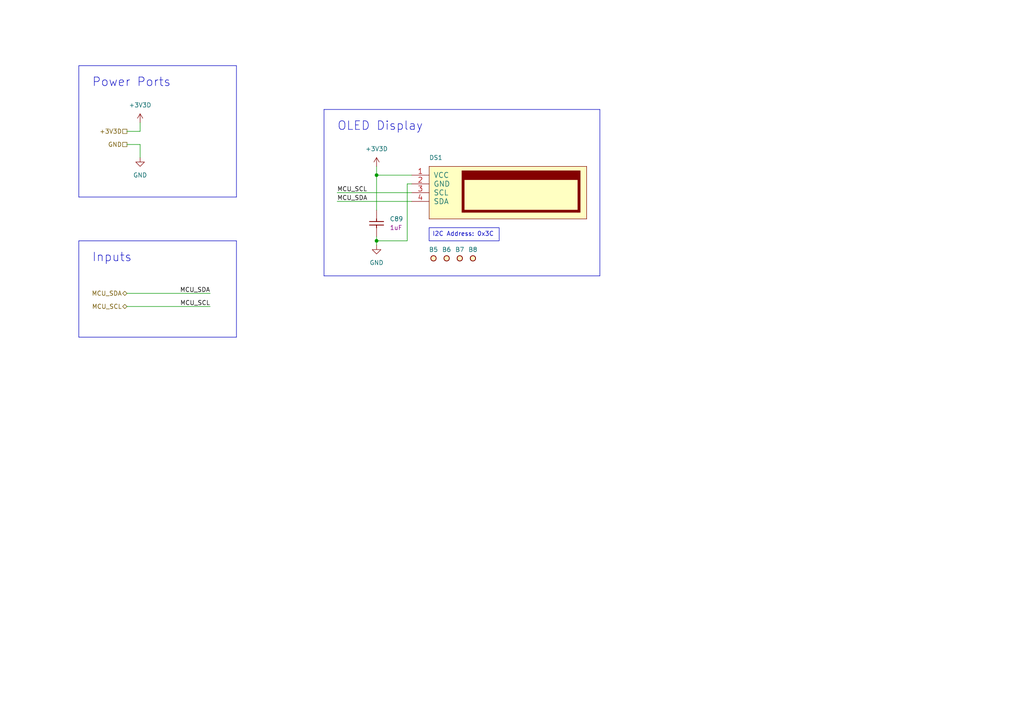
<source format=kicad_sch>
(kicad_sch (version 20240812) (generator "eeschema") (generator_version "8.99")
  (paper "A4")
  (title_block (title "ACCURATE 2 Evaluation Board") (date "2025-01-22") (rev "A") (company "CERN") (comment 1 "CROME") (comment 3 "RP-IL") (comment 6 "Håkon Liverud"))
  (lib_symbols
    (symbol "Capacitors SMD:CC0603_1UF_25V_10%_X7R" (pin_names (offset 1.27))
      (property "Reference" "C" (at 3.81 3.048 0))
      (property "Val" "1uF" (at 3.81 -3.048 0))
      (symbol "CC0603_1UF_25V_10%_X7R_0_1"
        (polyline (pts (xy 2.54 0) (xy 3.302 0)) (stroke (width 0.254)))
        (polyline (pts (xy 3.302 -2.032) (xy 3.302 2.032)) (stroke (width 0.254)))
        (polyline (pts (xy 4.318 2.032) (xy 4.318 -2.032)) (stroke (width 0.254)))
        (polyline (pts (xy 5.08 0) (xy 4.318 0)) (stroke (width 0.254)))
        (pin passive line (at 0 0 0) (length 2.54) (name "1") (number "1"))
        (pin passive line (at 7.62 0 180) (length 2.54) (name "2") (number "2"))
      )
    )
    (symbol "LEDs & Displays:DS_MIDAS_MDOB128064V2V-WI" (pin_names (offset 1.27))
      (property "Reference" "DS" (at 22.86 1.27 0))
      (symbol "DS_MIDAS_MDOB128064V2V-WI_0_1"
        (rectangle (start 0 -15.24) (end 45.72 0) (fill (type background)))
        (rectangle (start 9.525 -13.335) (end 10.16 -1.27) (fill (type outline)))
        (rectangle (start 10.16 -3.81) (end 43.18 -1.27) (fill (type outline)))
        (rectangle (start 10.16 -12.7) (end 43.18 -3.81) (fill (type background)))
        (rectangle (start 10.16 -13.335) (end 43.18 -12.7) (fill (type outline)))
        (rectangle (start 43.18 -13.335) (end 43.815 -1.27) (fill (type outline)))
        (text "128 x 64 Dots" (at 26.67 -6.35 0) (effects (font (size 1.27 1.27) (bold yes))))
        (text "OLED DISPLAY" (at 26.67 -10.16 0) (effects (font (size 2.032 2.032) (bold yes))))
        (pin power_in line (at -5.08 -2.54 0) (length 5.08) (name "VCC") (number "1"))
        (pin power_in line (at -5.08 -5.08 0) (length 5.08) (name "GND") (number "2"))
        (pin input line (at -5.08 -7.62 0) (length 5.08) (name "SCL") (number "3"))
        (pin bidirectional line (at -5.08 -10.16 0) (length 5.08) (name "SDA") (number "4"))
      )
    )
    (symbol "NON-PLATED_HOLE2.5_1" (pin_names (offset 1.27))
      (property "Reference" "B6" (at 0 2.54 0))
      (symbol "NON-PLATED_HOLE2.5_1_0_1"
        (circle (center 0 0) (radius 0.762) (stroke (width 0.254)) (fill (type background)))
      )
    )
    (symbol "NON-PLATED_HOLE2.5_2" (pin_names (offset 1.27))
      (property "Reference" "B7" (at 0 2.54 0))
      (symbol "NON-PLATED_HOLE2.5_2_0_1"
        (circle (center 0 0) (radius 0.762) (stroke (width 0.254)) (fill (type background)))
      )
    )
    (symbol "NON-PLATED_HOLE2.5_3" (pin_names (offset 1.27))
      (property "Reference" "B8" (at 0 2.54 0))
      (symbol "NON-PLATED_HOLE2.5_3_0_1"
        (circle (center 0 0) (radius 0.762) (stroke (width 0.254)) (fill (type background)))
      )
    )
    (symbol "Pads:NON-PLATED_HOLE2.5" (pin_names (offset 1.27))
      (property "Reference" "B5" (at 0 2.54 0))
      (symbol "NON-PLATED_HOLE2.5_0_1"
        (circle (center 0 0) (radius 0.762) (stroke (width 0.254)) (fill (type background)))
      )
    )
    (symbol "power:GND" (power) (pin_names (offset 0))
      (property "Value" "GND" (at 0 -3.81 0))
      (symbol "GND_0_1"
        (polyline (pts (xy 0 0) (xy 0 -1.27) (xy 1.27 -1.27) (xy 0 -2.54) (xy -1.27 -1.27) (xy 0 -1.27)))
      )
      (symbol "GND_1_1"
        (pin power_in line (at 0 0 270) (length 0) hide (name "GND") (number "1"))
      )
    )
    (symbol "symbol_lib:+3V3D" (power) (pin_names (offset 0))
      (property "Value" "+3V3D" (at 0 3.556 0))
      (symbol "+3V3D_0_1"
        (polyline (pts (xy -0.762 1.27) (xy 0 2.54)))
        (polyline (pts (xy 0 2.54) (xy 0.762 1.27)))
        (polyline (pts (xy 0 0) (xy 0 2.54)))
      )
      (symbol "+3V3D_1_1"
        (pin power_in line (at 0 0 90) (length 0) hide (name "+3V3D") (number "1"))
      )
    )
  )
  (text "Power Ports" (at 26.67 25.4 0) (effects (font (size 2.5 2.5)) (justify left bottom)))
  (text "Inputs" (at 26.67 76.2 0) (effects (font (size 2.5 2.5)) (justify left bottom)))
  (text "OLED Display" (at 97.79 38.1 0) (effects (font (size 2.5 2.5)) (justify left bottom)))
  (text_box "I2C Address: 0x3C" (at 124.46 66.04 0) (size 20.32 3.81) (margins 0.9525 0.9525 0.9525 0.9525) (effects (font (size 1.27 1.27)) (justify left top)))
  (junction (at 109.22 50.8))
  (junction (at 109.22 69.85))
  (polyline (pts (xy 22.86 69.85) (xy 22.86 97.79)))
  (wire (pts (xy 97.79 55.88) (xy 119.38 55.88)))
  (wire (pts (xy 97.79 58.42) (xy 119.38 58.42)))
  (wire (pts (xy 36.83 38.1) (xy 40.64 38.1)))
  (wire (pts (xy 36.83 85.09) (xy 60.96 85.09)))
  (polyline (pts (xy 173.99 31.75) (xy 173.99 80.01)))
  (polyline (pts (xy 68.58 57.15) (xy 22.86 57.15)))
  (polyline (pts (xy 68.58 97.79) (xy 22.86 97.79)))
  (wire (pts (xy 109.22 69.85) (xy 109.22 68.58)))
  (polyline (pts (xy 22.86 19.05) (xy 68.58 19.05)))
  (wire (pts (xy 40.64 38.1) (xy 40.64 35.56)))
  (polyline (pts (xy 173.99 80.01) (xy 93.98 80.01)))
  (polyline (pts (xy 22.86 69.85) (xy 68.58 69.85)))
  (polyline (pts (xy 68.58 69.85) (xy 68.58 97.79)))
  (polyline (pts (xy 22.86 19.05) (xy 22.86 57.15)))
  (wire (pts (xy 109.22 50.8) (xy 109.22 60.96)))
  (wire (pts (xy 36.83 41.91) (xy 40.64 41.91)))
  (wire (pts (xy 109.22 48.26) (xy 109.22 50.8)))
  (polyline (pts (xy 68.58 19.05) (xy 68.58 57.15)))
  (wire (pts (xy 118.11 69.85) (xy 109.22 69.85)))
  (wire (pts (xy 36.83 88.9) (xy 60.96 88.9)))
  (wire (pts (xy 109.22 69.85) (xy 109.22 71.12)))
  (polyline (pts (xy 93.98 31.75) (xy 93.98 80.01)))
  (wire (pts (xy 40.64 41.91) (xy 40.64 45.72)))
  (polyline (pts (xy 93.98 31.75) (xy 173.99 31.75)))
  (wire (pts (xy 118.11 53.34) (xy 118.11 69.85)))
  (wire (pts (xy 119.38 50.8) (xy 109.22 50.8)))
  (wire (pts (xy 119.38 53.34) (xy 118.11 53.34)))
  (label "MCU_SDA" (at 97.79 58.42 0))
  (label "MCU_SCL" (at 60.96 88.9 180))
  (label "MCU_SCL" (at 97.79 55.88 0))
  (label "MCU_SDA" (at 60.96 85.09 180))
  (hierarchical_label "MCU_SCL" (shape bidirectional) (at 36.83 88.9 180))
  (hierarchical_label "+3V3D" (shape passive) (at 36.83 38.1 180))
  (hierarchical_label "GND" (shape passive) (at 36.83 41.91 180))
  (hierarchical_label "MCU_SDA" (shape bidirectional) (at 36.83 85.09 180))
  (symbol (lib_name "NON-PLATED_HOLE2.5_2") (lib_id "Pads:NON-PLATED_HOLE2.5") (at 133.35 74.93 0) (unit 1)
    (property "Reference" "B7" (at 133.35 72.39 0))
    (property "Value" "NON-PLATED_HOLE2.5" (effects (hide yes)))
    (property "Footprint" "Pads:MTG250" (effects (hide yes)))
    (property "Datasheet" "Undefined" (effects (hide yes)))
    (property "Family" "Non Plated Hole" (effects (hide yes)))
    (property "Part Number" "NON-PLATED_HOLE2.5" (effects (hide yes)))
    (property "Library Ref" "Single Terminal Socket" (effects (hide yes)))
    (property "Library Path" "SchLib\\Pads.SchLib" (effects (hide yes)))
    (property "Comment" " " (effects (hide yes)))
    (property "Component Kind" "Standard (No BOM)" (effects (hide yes)))
    (property "Component Type" "Standard (No BOM)" (effects (hide yes)))
    (property "Pin Count" "1" (effects (hide yes)))
    (property "Case" " " (effects (hide yes)))
    (property "Footprint Path" "PcbLib\\Pads.PcbLib" (effects (hide yes)))
    (property "Footprint Ref" "MTG250" (effects (hide yes)))
    (property "Mounted" "No" (effects (hide yes)))
    (property "Socket" "No" (effects (hide yes)))
    (property "SMD" "No" (effects (hide yes)))
    (property "Sense" "No" (effects (hide yes)))
    (property "Sense Comment" " " (effects (hide yes)))
    (property "Status" "None" (effects (hide yes)))
    (property "Status Comment" " " (effects (hide yes)))
    (property "SCEM" " " (effects (hide yes)))
    (property "Part Description" "Non Plated Through Hole: Hole Dia.=2.5mm" (effects (hide yes)))
    (property "Manufacturer" " " (effects (hide yes)))
    (property "Manufacturer Part Number" " " (effects (hide yes)))
    (property "ComponentHeight" "0mm" (effects (hide yes)))
    (property "Manufacturer1 Example" " " (effects (hide yes)))
    (property "Manufacturer1 Part Number" " " (effects (hide yes)))
    (property "Manufacturer1 ComponentHeight" " " (effects (hide yes)))
    (property "HelpURL" "Undefined" (effects (hide yes)))
    (property "ComponentLink1URL" " " (effects (hide yes)))
    (property "ComponentLink1Description" " " (effects (hide yes)))
    (property "ComponentLink2URL" " " (effects (hide yes)))
    (property "ComponentLink2Description" " " (effects (hide yes)))
    (property "Author" "CERN DEM JMW" (effects (hide yes)))
    (property "CreateDate" "05/18/22 00:00:00" (effects (hide yes)))
    (property "LatestRevisionDate" "05/18/22 00:00:00" (effects (hide yes)))
    (property "PackageDescription" "Non Plated Through Hole: Hole Dia.=2.5mm" (effects (hide yes)))
    (property "Database Table Name" "Eletro-mechanical" (effects (hide yes)))
    (property "Library Name" "Pads" (effects (hide yes)))
    (property "Footprint Library" "Pads" (effects (hide yes)))
    (property "License" "This work is licensed under the Creative Commons CC-BY-SA 4.0 License. To the extent that circuit schematics that use Licensed Material can be considered to be ‘Adapted Material’, then the copyright holder waives article 3.b of the license with respect to these schematics." (effects (hide yes)))
  )
  (symbol (lib_name "NON-PLATED_HOLE2.5_1") (lib_id "Pads:NON-PLATED_HOLE2.5") (at 129.54 74.93 0) (unit 1)
    (property "Reference" "B6" (at 129.54 72.39 0))
    (property "Value" "NON-PLATED_HOLE2.5" (effects (hide yes)))
    (property "Footprint" "Pads:MTG250" (effects (hide yes)))
    (property "Datasheet" "Undefined" (effects (hide yes)))
    (property "Family" "Non Plated Hole" (effects (hide yes)))
    (property "Part Number" "NON-PLATED_HOLE2.5" (effects (hide yes)))
    (property "Library Ref" "Single Terminal Socket" (effects (hide yes)))
    (property "Library Path" "SchLib\\Pads.SchLib" (effects (hide yes)))
    (property "Comment" " " (effects (hide yes)))
    (property "Component Kind" "Standard (No BOM)" (effects (hide yes)))
    (property "Component Type" "Standard (No BOM)" (effects (hide yes)))
    (property "Pin Count" "1" (effects (hide yes)))
    (property "Case" " " (effects (hide yes)))
    (property "Footprint Path" "PcbLib\\Pads.PcbLib" (effects (hide yes)))
    (property "Footprint Ref" "MTG250" (effects (hide yes)))
    (property "Mounted" "No" (effects (hide yes)))
    (property "Socket" "No" (effects (hide yes)))
    (property "SMD" "No" (effects (hide yes)))
    (property "Sense" "No" (effects (hide yes)))
    (property "Sense Comment" " " (effects (hide yes)))
    (property "Status" "None" (effects (hide yes)))
    (property "Status Comment" " " (effects (hide yes)))
    (property "SCEM" " " (effects (hide yes)))
    (property "Part Description" "Non Plated Through Hole: Hole Dia.=2.5mm" (effects (hide yes)))
    (property "Manufacturer" " " (effects (hide yes)))
    (property "Manufacturer Part Number" " " (effects (hide yes)))
    (property "ComponentHeight" "0mm" (effects (hide yes)))
    (property "Manufacturer1 Example" " " (effects (hide yes)))
    (property "Manufacturer1 Part Number" " " (effects (hide yes)))
    (property "Manufacturer1 ComponentHeight" " " (effects (hide yes)))
    (property "HelpURL" "Undefined" (effects (hide yes)))
    (property "ComponentLink1URL" " " (effects (hide yes)))
    (property "ComponentLink1Description" " " (effects (hide yes)))
    (property "ComponentLink2URL" " " (effects (hide yes)))
    (property "ComponentLink2Description" " " (effects (hide yes)))
    (property "Author" "CERN DEM JMW" (effects (hide yes)))
    (property "CreateDate" "05/18/22 00:00:00" (effects (hide yes)))
    (property "LatestRevisionDate" "05/18/22 00:00:00" (effects (hide yes)))
    (property "PackageDescription" "Non Plated Through Hole: Hole Dia.=2.5mm" (effects (hide yes)))
    (property "Database Table Name" "Eletro-mechanical" (effects (hide yes)))
    (property "Library Name" "Pads" (effects (hide yes)))
    (property "Footprint Library" "Pads" (effects (hide yes)))
    (property "License" "This work is licensed under the Creative Commons CC-BY-SA 4.0 License. To the extent that circuit schematics that use Licensed Material can be considered to be ‘Adapted Material’, then the copyright holder waives article 3.b of the license with respect to these schematics." (effects (hide yes)))
  )
  (symbol (lib_id "symbol_lib:+3V3D") (at 40.64 35.56 0) (unit 1)
    (property "Reference" "#PWR0182" (effects (hide yes)))
    (property "Value" "+3V3D" (at 40.64 30.48 0))
  )
  (symbol (lib_id "LEDs & Displays:DS_MIDAS_MDOB128064V2V-WI") (at 124.46 48.26 0) (unit 1)
    (property "Reference" "DS1" (at 124.46 45.72 0) (effects (justify left)))
    (property "Value" "DS_MIDAS_MDOB128064V2V-WI" (effects (hide yes)))
    (property "Footprint" "ICs And Semiconductors THD:DS_MIDAS_MDOB128064V2V-WI" (effects (hide yes)))
    (property "Datasheet" "\\\\cern.ch\\dfs\\Applications\\Altium\\Datasheets\\DS_MIDAS_MDOB128064V2V-WI.pdf" (effects (hide yes)))
    (property "Part Number" "DS_MIDAS_MDOB128064V2V-WI" (effects (hide yes)))
    (property "Library Ref" "DS_MIDAS_MDOB128064V2V-WI" (effects (hide yes)))
    (property "Library Path" "SchLib\\LEDs & Displays.SchLib" (effects (hide yes)))
    (property "Comment" "MDOB128064V2V-WI" (effects (hide yes)))
    (property "Component Kind" "Standard" (effects (hide yes)))
    (property "Component Type" "Standard" (effects (hide yes)))
    (property "Color" " " (effects (hide yes)))
    (property "Device" "MDOB128064V2V-WI" (effects (hide yes)))
    (property "PackageDescription" "LCD Display Module, 128 x 64 Dots Matrix, Body 27.3x27.3mm" (effects (hide yes)))
    (property "Status" " " (effects (hide yes)))
    (property "Part Description" "LCD Display, Display Color White, I2C Bus Data Interface, 128 x 64 Dots Matrix" (effects (hide yes)))
    (property "Manufacturer" "MIDAS DISPLAY" (effects (hide yes)))
    (property "Manufacturer Part Number" "MDOB128064V2V-WI" (effects (hide yes)))
    (property "Pin Count" "4" (effects (hide yes)))
    (property "Case" " " (effects (hide yes)))
    (property "Mounted" "Yes" (effects (hide yes)))
    (property "Socket" "No" (effects (hide yes)))
    (property "SMD" "No" (effects (hide yes)))
    (property "PressFit" "No" (effects (hide yes)))
    (property "Sense Comment" "Manual Soldering and Non-washable" (effects (hide yes)))
    (property "Sense" "Yes" (effects (hide yes)))
    (property "Bonding" "No" (effects (hide yes)))
    (property "Status Comment" "Sensitive (See Sensitive Field)" (effects (hide yes)))
    (property "ComponentHeight" "3.87mm" (effects (hide yes)))
    (property "Footprint Path" "PcbLib\\ICs And Semiconductors THD.PcbLib" (effects (hide yes)))
    (property "Footprint Ref" "DS_MIDAS_MDOB128064V2V-WI" (effects (hide yes)))
    (property "HelpURL" "\\\\cern.ch\\dfs\\Applications\\Altium\\Datasheets\\DS_MIDAS_MDOB128064V2V-WI.pdf" (effects (hide yes)))
    (property "ComponentLink1URL" " " (effects (hide yes)))
    (property "ComponentLink1Description" " " (effects (hide yes)))
    (property "ComponentLink2URL" " " (effects (hide yes)))
    (property "ComponentLink2Description" " " (effects (hide yes)))
    (property "Author" "CERN DEM BC" (effects (hide yes)))
    (property "CreateDate" "01/27/20 00:00:00" (effects (hide yes)))
    (property "LatestRevisionDate" "01/27/20 00:00:00" (effects (hide yes)))
    (property "Database Table Name" "ICs And Semiconductors" (effects (hide yes)))
    (property "Library Name" "LEDs & Displays" (effects (hide yes)))
    (property "Footprint Library" "ICs And Semiconductors THD" (effects (hide yes)))
    (property "License" "This work is licensed under the Creative Commons CC-BY-SA 4.0 License. To the extent that circuit schematics that use Licensed Material can be considered to be ‘Adapted Material’, then the copyright holder waives article 3.b of the license with respect to these schematics." (effects (hide yes)))
  )
  (symbol (lib_id "symbol_lib:+3V3D") (at 109.22 48.26 0) (unit 1)
    (property "Reference" "#PWR0184" (effects (hide yes)))
    (property "Value" "+3V3D" (at 109.22 43.18 0))
  )
  (symbol (lib_id "Capacitors SMD:CC0603_1UF_25V_10%_X7R") (at 109.22 60.96 270) (unit 1)
    (property "Reference" "C89" (at 113.03 63.5 90) (effects (justify left)))
    (property "Value" "CC0603_1UF_25V_10%_X7R" (effects (hide yes)))
    (property "Footprint" "Capacitors SMD:CAPC1608X87N" (effects (hide yes)))
    (property "Datasheet" "\\\\cern.ch\\dfs\\Applications\\Altium\\Datasheets\\CC0603_X7R_MURATA.pdf" (effects (hide yes)))
    (property "Val" "1uF" (at 113.03 66.04 90) (effects (justify left)))
    (property "Part Number" "CC0603_1UF_25V_10%_X7R" (effects (hide yes)))
    (property "Library Ref" "Capacitor - non polarized" (effects (hide yes)))
    (property "Library Path" "SchLib\\Capacitors.SchLib" (effects (hide yes)))
    (property "Comment" "1uF" (effects (hide yes)))
    (property "Component Kind" "Standard" (effects (hide yes)))
    (property "Component Type" "Standard" (effects (hide yes)))
    (property "Pin Count" "2" (effects (hide yes)))
    (property "Footprint Path" "PcbLib\\Capacitors SMD.PcbLib" (effects (hide yes)))
    (property "Footprint Ref" "CAPC1608X87N" (effects (hide yes)))
    (property "PackageDescription" " " (effects (hide yes)))
    (property "Status" "None" (effects (hide yes)))
    (property "Status Comment" " " (effects (hide yes)))
    (property "Voltage" "25V" (effects (hide yes)))
    (property "TC" "X7R" (effects (hide yes)))
    (property "Tolerance" "±10%" (effects (hide yes)))
    (property "Part Description" "SMD Multilayer Chip Ceramic Capacitor" (effects (hide yes)))
    (property "Manufacturer" "GENERIC" (effects (hide yes)))
    (property "Manufacturer Part Number" "CC0603_1UF_25V_10%_X7R" (effects (hide yes)))
    (property "Case" "0603" (effects (hide yes)))
    (property "Mounted" "Yes" (effects (hide yes)))
    (property "Socket" "No" (effects (hide yes)))
    (property "SMD" "Yes" (effects (hide yes)))
    (property "PressFit" " " (effects (hide yes)))
    (property "Sense" "No" (effects (hide yes)))
    (property "Sense Comment" " " (effects (hide yes)))
    (property "ComponentHeight" " " (effects (hide yes)))
    (property "Manufacturer1 Example" "MURATA" (effects (hide yes)))
    (property "Manufacturer1 Part Number" "GRM188R71E105KA12D" (effects (hide yes)))
    (property "Manufacturer1 ComponentHeight" "0.9mm" (effects (hide yes)))
    (property "HelpURL" "\\\\cern.ch\\dfs\\Applications\\Altium\\Datasheets\\CC0603_X7R_MURATA.pdf" (effects (hide yes)))
    (property "Author" "CERN DEM JLC" (effects (hide yes)))
    (property "CreateDate" "01/18/11 00:00:00" (effects (hide yes)))
    (property "LatestRevisionDate" "01/18/11 00:00:00" (effects (hide yes)))
    (property "Database Table Name" "Capacitors" (effects (hide yes)))
    (property "Library Name" "Capacitors SMD" (effects (hide yes)))
    (property "Footprint Library" "Capacitors SMD" (effects (hide yes)))
    (property "License" "This work is licensed under the Creative Commons CC-BY-SA 4.0 License. To the extent that circuit schematics that use Licensed Material can be considered to be ‘Adapted Material’, then the copyright holder waives article 3.b of the license with respect to these schematics." (effects (hide yes)))
  )
  (symbol (lib_id "Pads:NON-PLATED_HOLE2.5") (at 125.73 74.93 0) (unit 1)
    (property "Reference" "B5" (at 125.73 72.39 0))
    (property "Value" "NON-PLATED_HOLE2.5" (effects (hide yes)))
    (property "Footprint" "Pads:MTG250" (effects (hide yes)))
    (property "Datasheet" "Undefined" (effects (hide yes)))
    (property "Family" "Non Plated Hole" (effects (hide yes)))
    (property "Part Number" "NON-PLATED_HOLE2.5" (effects (hide yes)))
    (property "Library Ref" "Single Terminal Socket" (effects (hide yes)))
    (property "Library Path" "SchLib\\Pads.SchLib" (effects (hide yes)))
    (property "Comment" " " (effects (hide yes)))
    (property "Component Kind" "Standard (No BOM)" (effects (hide yes)))
    (property "Component Type" "Standard (No BOM)" (effects (hide yes)))
    (property "Pin Count" "1" (effects (hide yes)))
    (property "Case" " " (effects (hide yes)))
    (property "Footprint Path" "PcbLib\\Pads.PcbLib" (effects (hide yes)))
    (property "Footprint Ref" "MTG250" (effects (hide yes)))
    (property "Mounted" "No" (effects (hide yes)))
    (property "Socket" "No" (effects (hide yes)))
    (property "SMD" "No" (effects (hide yes)))
    (property "Sense" "No" (effects (hide yes)))
    (property "Sense Comment" " " (effects (hide yes)))
    (property "Status" "None" (effects (hide yes)))
    (property "Status Comment" " " (effects (hide yes)))
    (property "SCEM" " " (effects (hide yes)))
    (property "Part Description" "Non Plated Through Hole: Hole Dia.=2.5mm" (effects (hide yes)))
    (property "Manufacturer" " " (effects (hide yes)))
    (property "Manufacturer Part Number" " " (effects (hide yes)))
    (property "ComponentHeight" "0mm" (effects (hide yes)))
    (property "Manufacturer1 Example" " " (effects (hide yes)))
    (property "Manufacturer1 Part Number" " " (effects (hide yes)))
    (property "Manufacturer1 ComponentHeight" " " (effects (hide yes)))
    (property "HelpURL" "Undefined" (effects (hide yes)))
    (property "ComponentLink1URL" " " (effects (hide yes)))
    (property "ComponentLink1Description" " " (effects (hide yes)))
    (property "ComponentLink2URL" " " (effects (hide yes)))
    (property "ComponentLink2Description" " " (effects (hide yes)))
    (property "Author" "CERN DEM JMW" (effects (hide yes)))
    (property "CreateDate" "05/18/22 00:00:00" (effects (hide yes)))
    (property "LatestRevisionDate" "05/18/22 00:00:00" (effects (hide yes)))
    (property "PackageDescription" "Non Plated Through Hole: Hole Dia.=2.5mm" (effects (hide yes)))
    (property "Database Table Name" "Eletro-mechanical" (effects (hide yes)))
    (property "Library Name" "Pads" (effects (hide yes)))
    (property "Footprint Library" "Pads" (effects (hide yes)))
    (property "License" "This work is licensed under the Creative Commons CC-BY-SA 4.0 License. To the extent that circuit schematics that use Licensed Material can be considered to be ‘Adapted Material’, then the copyright holder waives article 3.b of the license with respect to these schematics." (effects (hide yes)))
  )
  (symbol (lib_id "power:GND") (at 109.22 71.12 0) (unit 1)
    (property "Reference" "#PWR0185" (effects (hide yes)))
    (property "Value" "GND" (at 109.22 76.2 0))
  )
  (symbol (lib_id "power:GND") (at 40.64 45.72 0) (unit 1)
    (property "Reference" "#PWR0183" (effects (hide yes)))
    (property "Value" "GND" (at 40.64 50.8 0))
  )
  (symbol (lib_name "NON-PLATED_HOLE2.5_3") (lib_id "Pads:NON-PLATED_HOLE2.5") (at 137.16 74.93 0) (unit 1)
    (property "Reference" "B8" (at 137.16 72.39 0))
    (property "Value" "NON-PLATED_HOLE2.5" (effects (hide yes)))
    (property "Footprint" "Pads:MTG250" (effects (hide yes)))
    (property "Datasheet" "Undefined" (effects (hide yes)))
    (property "Family" "Non Plated Hole" (effects (hide yes)))
    (property "Part Number" "NON-PLATED_HOLE2.5" (effects (hide yes)))
    (property "Library Ref" "Single Terminal Socket" (effects (hide yes)))
    (property "Library Path" "SchLib\\Pads.SchLib" (effects (hide yes)))
    (property "Comment" " " (effects (hide yes)))
    (property "Component Kind" "Standard (No BOM)" (effects (hide yes)))
    (property "Component Type" "Standard (No BOM)" (effects (hide yes)))
    (property "Pin Count" "1" (effects (hide yes)))
    (property "Case" " " (effects (hide yes)))
    (property "Footprint Path" "PcbLib\\Pads.PcbLib" (effects (hide yes)))
    (property "Footprint Ref" "MTG250" (effects (hide yes)))
    (property "Mounted" "No" (effects (hide yes)))
    (property "Socket" "No" (effects (hide yes)))
    (property "SMD" "No" (effects (hide yes)))
    (property "Sense" "No" (effects (hide yes)))
    (property "Sense Comment" " " (effects (hide yes)))
    (property "Status" "None" (effects (hide yes)))
    (property "Status Comment" " " (effects (hide yes)))
    (property "SCEM" " " (effects (hide yes)))
    (property "Part Description" "Non Plated Through Hole: Hole Dia.=2.5mm" (effects (hide yes)))
    (property "Manufacturer" " " (effects (hide yes)))
    (property "Manufacturer Part Number" " " (effects (hide yes)))
    (property "ComponentHeight" "0mm" (effects (hide yes)))
    (property "Manufacturer1 Example" " " (effects (hide yes)))
    (property "Manufacturer1 Part Number" " " (effects (hide yes)))
    (property "Manufacturer1 ComponentHeight" " " (effects (hide yes)))
    (property "HelpURL" "Undefined" (effects (hide yes)))
    (property "ComponentLink1URL" " " (effects (hide yes)))
    (property "ComponentLink1Description" " " (effects (hide yes)))
    (property "ComponentLink2URL" " " (effects (hide yes)))
    (property "ComponentLink2Description" " " (effects (hide yes)))
    (property "Author" "CERN DEM JMW" (effects (hide yes)))
    (property "CreateDate" "05/18/22 00:00:00" (effects (hide yes)))
    (property "LatestRevisionDate" "05/18/22 00:00:00" (effects (hide yes)))
    (property "PackageDescription" "Non Plated Through Hole: Hole Dia.=2.5mm" (effects (hide yes)))
    (property "Database Table Name" "Eletro-mechanical" (effects (hide yes)))
    (property "Library Name" "Pads" (effects (hide yes)))
    (property "Footprint Library" "Pads" (effects (hide yes)))
    (property "License" "This work is licensed under the Creative Commons CC-BY-SA 4.0 License. To the extent that circuit schematics that use Licensed Material can be considered to be ‘Adapted Material’, then the copyright holder waives article 3.b of the license with respect to these schematics." (effects (hide yes)))
  )
)
</source>
